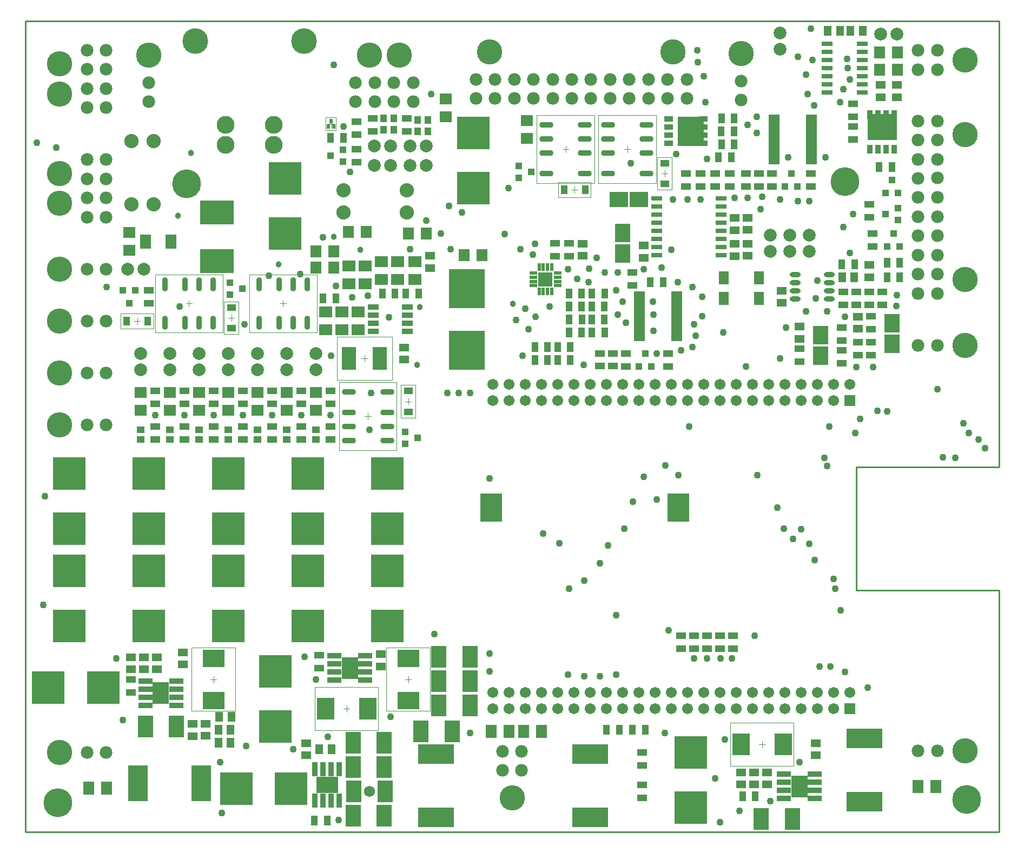
<source format=gts>
G04*
G04 #@! TF.GenerationSoftware,Altium Limited,Altium Designer,20.1.14 (287)*
G04*
G04 Layer_Color=8388736*
%FSLAX25Y25*%
%MOIN*%
G70*
G04*
G04 #@! TF.SameCoordinates,5FE179B0-A676-43EF-AE88-1D2B089A4B82*
G04*
G04*
G04 #@! TF.FilePolarity,Negative*
G04*
G01*
G75*
%ADD12C,0.01000*%
%ADD15C,0.00197*%
%ADD16C,0.00394*%
%ADD65R,0.10288X0.13792*%
%ADD66R,0.02257X0.02769*%
%ADD67R,0.06509X0.03162*%
%ADD68R,0.09068X0.09068*%
%ADD69R,0.04540X0.02178*%
%ADD70R,0.02178X0.04540*%
%ADD71R,0.08871X0.03398*%
%ADD72R,0.20485X0.20485*%
%ADD73R,0.13792X0.10288*%
%ADD74R,0.03398X0.08871*%
%ADD75R,0.03359X0.05721*%
%ADD76R,0.18320X0.16154*%
%ADD77R,0.06312X0.04934*%
%ADD78R,0.06509X0.07690*%
%ADD79O,0.08674X0.03556*%
%ADD80R,0.22060X0.24422*%
%ADD81C,0.03800*%
%ADD82R,0.04343X0.06115*%
%ADD83R,0.06902X0.03359*%
%ADD84R,0.05603X0.04383*%
%ADD85R,0.04383X0.05603*%
%ADD86R,0.20485X0.20485*%
%ADD87R,0.06115X0.04343*%
%ADD88R,0.22060X0.12217*%
%ADD89R,0.03950X0.04343*%
%ADD90R,0.06706X0.02572*%
%ADD91R,0.09698X0.11824*%
%ADD92R,0.11824X0.09698*%
%ADD93R,0.04934X0.06312*%
%ADD94R,0.13398X0.17335*%
%ADD95R,0.07690X0.06509*%
%ADD96R,0.04343X0.04540*%
%ADD97R,0.07887X0.06509*%
%ADD98R,0.08517X0.14147*%
%ADD99O,0.03556X0.08674*%
%ADD100R,0.04343X0.03950*%
%ADD101R,0.04540X0.04343*%
%ADD102R,0.09461X0.13595*%
%ADD103R,0.13595X0.10642*%
%ADD104R,0.10642X0.13595*%
%ADD105R,0.06509X0.07887*%
%ADD106R,0.12217X0.22060*%
%ADD107R,0.20879X0.14580*%
%ADD108R,0.07099X0.08871*%
%ADD109R,0.05721X0.03359*%
%ADD110R,0.16154X0.18320*%
%ADD111R,0.05918X0.08280*%
%ADD112O,0.06706X0.03162*%
%ADD113C,0.07887*%
%ADD114C,0.07800*%
%ADD115C,0.06706*%
%ADD116R,0.06706X0.06706*%
%ADD117C,0.10958*%
%ADD118C,0.15800*%
%ADD119C,0.15600*%
%ADD120C,0.17729*%
%ADD121C,0.06800*%
%ADD122C,0.08800*%
%ADD123C,0.04300*%
D12*
X600000D01*
Y149000D01*
X512000D02*
X600000D01*
X512000D02*
Y225000D01*
X600000D01*
Y500000D01*
X0D02*
X600000D01*
X0Y0D02*
Y500000D01*
D15*
X185276Y432539D02*
X191575D01*
X185276Y440610D02*
X191575D01*
X185276Y432539D02*
Y440610D01*
X191575Y432539D02*
Y440610D01*
X193472Y235433D02*
Y277165D01*
X228906Y235433D02*
Y277165D01*
X193472D02*
X228906D01*
X193472Y235433D02*
X228906D01*
X231472Y255417D02*
Y275496D01*
X240528Y255417D02*
Y275496D01*
X231472Y255417D02*
X240528D01*
X231472Y275496D02*
X240528D01*
X58961Y310472D02*
X79039D01*
X58961Y319528D02*
X79039D01*
Y310472D02*
Y319528D01*
X58961Y310472D02*
Y319528D01*
X192020Y278614D02*
X226075D01*
X192020Y305386D02*
X226075D01*
Y278614D02*
Y305386D01*
X192020Y278614D02*
Y305386D01*
X179827Y308095D02*
Y343528D01*
X138094Y308095D02*
Y343528D01*
X179827D01*
X138094Y308095D02*
X179827D01*
X122472Y327039D02*
X131528D01*
X122472Y306961D02*
X131528D01*
Y327039D01*
X122472Y306961D02*
Y327039D01*
X121827Y308095D02*
Y343528D01*
X80094Y308095D02*
Y343528D01*
X121827D01*
X80094Y308095D02*
X121827D01*
X222614Y113488D02*
X249386D01*
X222614Y74610D02*
X249386D01*
X222614D02*
Y113488D01*
X249386Y74610D02*
Y113488D01*
X178512Y62614D02*
Y89386D01*
X217390Y62614D02*
Y89386D01*
X178512Y62614D02*
X217390D01*
X178512Y89386D02*
X217390D01*
X129386Y74598D02*
Y113476D01*
X102614Y74598D02*
Y113476D01*
Y74598D02*
X129386D01*
X102614Y113476D02*
X129386D01*
X473500Y40614D02*
Y67386D01*
X434622Y40614D02*
Y67386D01*
X473500D01*
X434622Y40614D02*
X473500D01*
X388717Y400134D02*
Y441866D01*
X353284Y400134D02*
Y441866D01*
Y400134D02*
X388717D01*
X353284Y441866D02*
X388717D01*
X350716Y400134D02*
Y441866D01*
X315283Y400134D02*
Y441866D01*
Y400134D02*
X350716D01*
X315283Y441866D02*
X350716D01*
X328504Y391472D02*
X348583D01*
X328504Y400528D02*
X348583D01*
Y391472D02*
Y400528D01*
X328504Y391472D02*
Y400528D01*
X398528Y395961D02*
Y416039D01*
X389472Y395961D02*
Y416039D01*
X398528D01*
X389472Y395961D02*
X398528D01*
D16*
X188425Y434606D02*
Y438543D01*
X186457Y436575D02*
X190394D01*
X209221Y256299D02*
X213158D01*
X211189Y254331D02*
Y258268D01*
X234032Y265457D02*
X237968D01*
X236000Y263488D02*
Y267425D01*
X69000Y313032D02*
Y316968D01*
X67032Y315000D02*
X70969D01*
X209047Y290032D02*
Y293969D01*
X207079Y292000D02*
X211016D01*
X156992Y325811D02*
X160929D01*
X158961Y323843D02*
Y327780D01*
X127000Y315032D02*
Y318969D01*
X125031Y317000D02*
X128969D01*
X98992Y325811D02*
X102929D01*
X100961Y323843D02*
Y327780D01*
X236000Y92032D02*
Y95969D01*
X234032Y94000D02*
X237968D01*
X196031Y76000D02*
X199969D01*
X198000Y74032D02*
Y77969D01*
X114032Y93988D02*
X117968D01*
X116000Y92020D02*
Y95957D01*
X452043Y54000D02*
X455980D01*
X454012Y52031D02*
Y55968D01*
X369032Y421000D02*
X372969D01*
X371000Y419031D02*
Y422968D01*
X331031Y421000D02*
X334968D01*
X333000Y419031D02*
Y422968D01*
X338543Y394032D02*
Y397969D01*
X336575Y396000D02*
X340512D01*
X392032Y406000D02*
X395969D01*
X394000Y404032D02*
Y407969D01*
D65*
X200000Y101000D02*
D03*
X477000Y28000D02*
D03*
X83567Y85500D02*
D03*
D66*
X186850Y435000D02*
D03*
X190000D02*
D03*
X188425Y438150D02*
D03*
D67*
X389216Y390500D02*
D03*
Y385500D02*
D03*
Y380500D02*
D03*
Y375500D02*
D03*
Y370500D02*
D03*
Y365500D02*
D03*
Y360500D02*
D03*
Y355500D02*
D03*
X428784Y390500D02*
D03*
Y385500D02*
D03*
Y380500D02*
D03*
Y375500D02*
D03*
Y370500D02*
D03*
Y365500D02*
D03*
Y360500D02*
D03*
Y355500D02*
D03*
X494272Y486000D02*
D03*
Y481000D02*
D03*
Y476000D02*
D03*
Y471000D02*
D03*
Y466000D02*
D03*
Y461000D02*
D03*
Y456000D02*
D03*
X515728Y486000D02*
D03*
Y481000D02*
D03*
Y476000D02*
D03*
Y471000D02*
D03*
Y466000D02*
D03*
Y461000D02*
D03*
Y456000D02*
D03*
D68*
X320579Y340721D02*
D03*
D69*
X313000Y336882D02*
D03*
Y339441D02*
D03*
Y342000D02*
D03*
Y344559D02*
D03*
X328157D02*
D03*
Y342000D02*
D03*
Y339441D02*
D03*
Y336882D02*
D03*
D70*
X316740Y348299D02*
D03*
X319299D02*
D03*
X321858D02*
D03*
X324400Y348300D02*
D03*
X324417Y333142D02*
D03*
X321858D02*
D03*
X319299D02*
D03*
X316740D02*
D03*
D71*
X486567Y20500D02*
D03*
Y25500D02*
D03*
Y30500D02*
D03*
Y35500D02*
D03*
X467433Y20500D02*
D03*
Y25500D02*
D03*
Y30500D02*
D03*
Y35500D02*
D03*
X209567Y93500D02*
D03*
Y98500D02*
D03*
Y103500D02*
D03*
Y108500D02*
D03*
X190433Y93500D02*
D03*
Y98500D02*
D03*
Y103500D02*
D03*
Y108500D02*
D03*
X74000Y93000D02*
D03*
Y88000D02*
D03*
Y83000D02*
D03*
Y78000D02*
D03*
X93134Y93000D02*
D03*
Y88000D02*
D03*
Y83000D02*
D03*
Y78000D02*
D03*
D72*
X130071Y26500D02*
D03*
X163929D02*
D03*
X14142Y89000D02*
D03*
X48000D02*
D03*
D73*
X186000Y29000D02*
D03*
D74*
X193500Y38567D02*
D03*
X188500D02*
D03*
X183500D02*
D03*
X178500D02*
D03*
X193500Y19433D02*
D03*
X188500D02*
D03*
X183500D02*
D03*
X178500D02*
D03*
D75*
X525500Y442358D02*
D03*
X530500D02*
D03*
X535500D02*
D03*
X520500D02*
D03*
Y420858D02*
D03*
X535500D02*
D03*
X530500D02*
D03*
X525500D02*
D03*
D76*
X528000Y434500D02*
D03*
D77*
X527000Y453000D02*
D03*
Y460480D02*
D03*
X537000Y453000D02*
D03*
Y460480D02*
D03*
X173000Y47260D02*
D03*
Y54740D02*
D03*
X445000Y371260D02*
D03*
Y378740D02*
D03*
Y362740D02*
D03*
Y355260D02*
D03*
X343500Y362740D02*
D03*
Y355260D02*
D03*
X477000Y304000D02*
D03*
Y311480D02*
D03*
X381000Y361480D02*
D03*
Y354000D02*
D03*
X437000Y355000D02*
D03*
Y362480D02*
D03*
Y371000D02*
D03*
Y378480D02*
D03*
X520000Y349480D02*
D03*
Y342000D02*
D03*
X513000Y310260D02*
D03*
Y317740D02*
D03*
X233500Y298740D02*
D03*
Y291260D02*
D03*
X249500Y355240D02*
D03*
Y347760D02*
D03*
X103000Y66480D02*
D03*
Y59000D02*
D03*
X111000Y66740D02*
D03*
Y59260D02*
D03*
X219000Y109480D02*
D03*
Y102000D02*
D03*
X487000Y54740D02*
D03*
Y47260D02*
D03*
X97000Y103260D02*
D03*
Y110740D02*
D03*
X81000Y107740D02*
D03*
Y100260D02*
D03*
X73000Y107740D02*
D03*
Y100260D02*
D03*
X65000Y107740D02*
D03*
Y100260D02*
D03*
X449000Y29260D02*
D03*
Y36740D02*
D03*
X441000Y29260D02*
D03*
Y36740D02*
D03*
X457000Y29260D02*
D03*
Y36740D02*
D03*
X466000Y326260D02*
D03*
Y333740D02*
D03*
D78*
X537512Y470000D02*
D03*
X526488D02*
D03*
X537512Y480500D02*
D03*
X526488D02*
D03*
X281389Y355505D02*
D03*
X270366D02*
D03*
X190024Y358000D02*
D03*
X179000D02*
D03*
X210024Y370000D02*
D03*
X199000D02*
D03*
X190024Y348000D02*
D03*
X179000D02*
D03*
X247024Y369000D02*
D03*
X236000D02*
D03*
D79*
X199378Y271260D02*
D03*
Y258661D02*
D03*
Y250000D02*
D03*
Y241339D02*
D03*
X223000Y271260D02*
D03*
X223000Y258661D02*
D03*
Y250000D02*
D03*
Y241339D02*
D03*
X382811Y406039D02*
D03*
Y418638D02*
D03*
Y427299D02*
D03*
Y435961D02*
D03*
X359189Y406039D02*
D03*
X359189Y418638D02*
D03*
Y427299D02*
D03*
Y435961D02*
D03*
X344811Y406039D02*
D03*
Y418638D02*
D03*
Y427299D02*
D03*
Y435961D02*
D03*
X321189Y406039D02*
D03*
X321189Y418638D02*
D03*
Y427299D02*
D03*
Y435961D02*
D03*
D80*
X272000Y296905D02*
D03*
Y335094D02*
D03*
D81*
X241500Y288000D02*
D03*
X206500Y359000D02*
D03*
X300500Y325500D02*
D03*
X243000Y323500D02*
D03*
X190000Y367000D02*
D03*
X94000Y380000D02*
D03*
X102000Y418500D02*
D03*
X156000Y350000D02*
D03*
D82*
X242437Y332000D02*
D03*
X234563D02*
D03*
X227937D02*
D03*
X220063D02*
D03*
X374126Y63000D02*
D03*
X382000D02*
D03*
X358126D02*
D03*
X366000D02*
D03*
X427126Y416000D02*
D03*
X435000D02*
D03*
X429063Y424000D02*
D03*
X436937D02*
D03*
X428937Y432000D02*
D03*
X436811D02*
D03*
X429000Y440000D02*
D03*
X436874D02*
D03*
X526126Y410000D02*
D03*
X534000D02*
D03*
X393000Y339000D02*
D03*
X385126D02*
D03*
X503126Y350000D02*
D03*
X511000D02*
D03*
X356937Y316000D02*
D03*
X349063D02*
D03*
X349126Y308000D02*
D03*
X357000D02*
D03*
X349126Y332000D02*
D03*
X357000D02*
D03*
X349063Y324000D02*
D03*
X356937D02*
D03*
X335000D02*
D03*
X342874D02*
D03*
X335063Y332000D02*
D03*
X342937D02*
D03*
X335126Y316000D02*
D03*
X343000D02*
D03*
X335000Y308000D02*
D03*
X342874D02*
D03*
X335874Y291000D02*
D03*
X328000D02*
D03*
X335874Y299000D02*
D03*
X328000D02*
D03*
X321874D02*
D03*
X314000D02*
D03*
X314063Y291000D02*
D03*
X321937D02*
D03*
X183563Y329000D02*
D03*
X191437D02*
D03*
X196000Y428000D02*
D03*
X188126D02*
D03*
X186000Y7000D02*
D03*
X178126D02*
D03*
X449937Y22000D02*
D03*
X442063D02*
D03*
X538937Y351000D02*
D03*
X531063D02*
D03*
Y342000D02*
D03*
X538937D02*
D03*
D83*
X235630Y308500D02*
D03*
Y313500D02*
D03*
Y318500D02*
D03*
Y323500D02*
D03*
X214370Y308500D02*
D03*
Y313500D02*
D03*
Y318500D02*
D03*
Y323500D02*
D03*
D84*
X236000Y259000D02*
D03*
Y271913D02*
D03*
X127000Y323457D02*
D03*
Y310543D02*
D03*
X394000Y412457D02*
D03*
Y399543D02*
D03*
D85*
X75457Y315000D02*
D03*
X62543D02*
D03*
X345000Y396000D02*
D03*
X332087D02*
D03*
D86*
X410000Y48929D02*
D03*
Y15071D02*
D03*
X160000Y402929D02*
D03*
Y369071D02*
D03*
X27000Y127071D02*
D03*
Y160929D02*
D03*
X76000Y127071D02*
D03*
Y160929D02*
D03*
X125000Y127000D02*
D03*
Y160858D02*
D03*
X174000Y127071D02*
D03*
Y160929D02*
D03*
X76000Y220858D02*
D03*
Y187000D02*
D03*
X27000Y220858D02*
D03*
Y187000D02*
D03*
X276000Y397071D02*
D03*
Y430929D02*
D03*
X174000Y187071D02*
D03*
Y220929D02*
D03*
X125000Y187000D02*
D03*
Y220858D02*
D03*
X223000Y187071D02*
D03*
Y220929D02*
D03*
Y160929D02*
D03*
Y127071D02*
D03*
X154000Y65071D02*
D03*
Y98929D02*
D03*
D87*
X380000Y28874D02*
D03*
Y21000D02*
D03*
Y41063D02*
D03*
Y48937D02*
D03*
X235000Y440000D02*
D03*
Y432126D02*
D03*
X214000D02*
D03*
Y440000D02*
D03*
X374000Y344937D02*
D03*
Y337063D02*
D03*
X510000Y448937D02*
D03*
Y441063D02*
D03*
X520000Y386874D02*
D03*
Y379000D02*
D03*
X510000Y434937D02*
D03*
Y427063D02*
D03*
X484000Y398063D02*
D03*
Y405937D02*
D03*
X335000Y362874D02*
D03*
Y355000D02*
D03*
X404000Y120937D02*
D03*
Y113063D02*
D03*
X326500Y362937D02*
D03*
Y355063D02*
D03*
X460000Y398063D02*
D03*
Y405937D02*
D03*
X503000Y296937D02*
D03*
Y289063D02*
D03*
X477000Y290000D02*
D03*
Y297874D02*
D03*
X503000Y310874D02*
D03*
Y303000D02*
D03*
X528000Y325000D02*
D03*
Y332874D02*
D03*
X520000Y325126D02*
D03*
Y333000D02*
D03*
X512000Y325000D02*
D03*
Y332874D02*
D03*
X504000Y325126D02*
D03*
Y333000D02*
D03*
X513000Y301937D02*
D03*
Y294063D02*
D03*
X521000Y294000D02*
D03*
Y301874D02*
D03*
Y318000D02*
D03*
Y310126D02*
D03*
X396000Y287126D02*
D03*
Y295000D02*
D03*
X354000Y295063D02*
D03*
Y287189D02*
D03*
X370000Y294937D02*
D03*
Y287063D02*
D03*
X362000Y287189D02*
D03*
Y295063D02*
D03*
X204000Y437874D02*
D03*
Y430000D02*
D03*
Y413063D02*
D03*
Y420937D02*
D03*
X98000Y242000D02*
D03*
Y249874D02*
D03*
Y264126D02*
D03*
Y272000D02*
D03*
X170000Y242000D02*
D03*
Y249874D02*
D03*
Y264063D02*
D03*
Y271937D02*
D03*
X134000Y242126D02*
D03*
Y250000D02*
D03*
Y264063D02*
D03*
Y271937D02*
D03*
X152000Y242000D02*
D03*
Y249874D02*
D03*
Y264063D02*
D03*
Y271937D02*
D03*
X188000Y242063D02*
D03*
Y249937D02*
D03*
Y264063D02*
D03*
Y271937D02*
D03*
X116000Y242000D02*
D03*
Y249874D02*
D03*
X80000Y242000D02*
D03*
Y249874D02*
D03*
X116000Y264126D02*
D03*
Y272000D02*
D03*
X80000Y264063D02*
D03*
Y271937D02*
D03*
X181000Y101000D02*
D03*
Y108874D02*
D03*
X412000Y120937D02*
D03*
Y113063D02*
D03*
X428000Y120937D02*
D03*
Y113063D02*
D03*
X436000Y120937D02*
D03*
Y113063D02*
D03*
X420000Y120937D02*
D03*
Y113063D02*
D03*
X65000Y86000D02*
D03*
Y93874D02*
D03*
X522000Y361000D02*
D03*
Y368874D02*
D03*
X76000Y326000D02*
D03*
Y333874D02*
D03*
X452000Y398000D02*
D03*
Y405874D02*
D03*
X444000Y406000D02*
D03*
Y398126D02*
D03*
X407000Y405937D02*
D03*
Y398063D02*
D03*
X416000Y405874D02*
D03*
Y398000D02*
D03*
X434000Y405874D02*
D03*
Y398000D02*
D03*
X425000Y405874D02*
D03*
Y398000D02*
D03*
D88*
X348000Y9000D02*
D03*
Y47976D02*
D03*
X253000Y48000D02*
D03*
Y9024D02*
D03*
X517000Y18512D02*
D03*
Y57488D02*
D03*
D89*
X64000Y326063D02*
D03*
X60260Y333937D02*
D03*
X67740D02*
D03*
X472000Y405937D02*
D03*
X475740Y398063D02*
D03*
X468260D02*
D03*
X382000Y294937D02*
D03*
X385740Y287063D02*
D03*
X378260D02*
D03*
X530260Y394126D02*
D03*
X537740D02*
D03*
X534000Y402000D02*
D03*
X531260Y361063D02*
D03*
X538740D02*
D03*
X535000Y368937D02*
D03*
D90*
X378583Y332075D02*
D03*
Y329516D02*
D03*
Y326957D02*
D03*
Y324398D02*
D03*
Y321839D02*
D03*
Y319280D02*
D03*
Y316721D02*
D03*
Y314161D02*
D03*
Y311602D02*
D03*
Y309043D02*
D03*
Y306484D02*
D03*
Y303925D02*
D03*
X401417Y332075D02*
D03*
Y329516D02*
D03*
Y326957D02*
D03*
Y324398D02*
D03*
Y321839D02*
D03*
Y319280D02*
D03*
Y316721D02*
D03*
Y314161D02*
D03*
Y311602D02*
D03*
Y309043D02*
D03*
Y306484D02*
D03*
Y303925D02*
D03*
X461583Y441075D02*
D03*
Y438516D02*
D03*
Y435957D02*
D03*
Y433398D02*
D03*
Y430839D02*
D03*
Y428279D02*
D03*
Y425721D02*
D03*
Y423161D02*
D03*
Y420602D02*
D03*
Y418043D02*
D03*
Y415484D02*
D03*
Y412925D02*
D03*
X484417Y441075D02*
D03*
Y438516D02*
D03*
Y435957D02*
D03*
Y433398D02*
D03*
Y430839D02*
D03*
Y428279D02*
D03*
Y425721D02*
D03*
Y423161D02*
D03*
Y420602D02*
D03*
Y418043D02*
D03*
Y415484D02*
D03*
Y412925D02*
D03*
D91*
X490000Y306299D02*
D03*
Y293701D02*
D03*
X368000Y356701D02*
D03*
Y369299D02*
D03*
X534000Y301000D02*
D03*
Y313598D02*
D03*
D92*
X378299Y390000D02*
D03*
X365701D02*
D03*
D93*
X503386Y342000D02*
D03*
X510866D02*
D03*
X508520Y494000D02*
D03*
X516000D02*
D03*
X502000D02*
D03*
X494520D02*
D03*
X181260Y51000D02*
D03*
X188740D02*
D03*
X119520Y71000D02*
D03*
X127000D02*
D03*
X119000Y63000D02*
D03*
X126480D02*
D03*
X119000Y55000D02*
D03*
X126480D02*
D03*
D94*
X402354Y200000D02*
D03*
X287000D02*
D03*
D95*
X259000Y441000D02*
D03*
Y452024D02*
D03*
X71000Y259976D02*
D03*
Y271000D02*
D03*
X89000Y259976D02*
D03*
Y271000D02*
D03*
X107000Y260000D02*
D03*
Y271024D02*
D03*
X125000Y260000D02*
D03*
Y271024D02*
D03*
X161000Y260000D02*
D03*
Y271024D02*
D03*
X179000Y260000D02*
D03*
Y271024D02*
D03*
X143000Y259976D02*
D03*
Y271000D02*
D03*
X64000Y358488D02*
D03*
Y369512D02*
D03*
X309000Y427488D02*
D03*
Y438512D02*
D03*
D96*
X241898Y439000D02*
D03*
X248000D02*
D03*
Y432000D02*
D03*
X241898D02*
D03*
X220898Y440000D02*
D03*
X227000D02*
D03*
Y433000D02*
D03*
X220898D02*
D03*
D97*
X240000Y340488D02*
D03*
Y351512D02*
D03*
X229500Y340488D02*
D03*
Y351512D02*
D03*
X219500Y340488D02*
D03*
Y351512D02*
D03*
X195000Y320512D02*
D03*
Y309488D02*
D03*
X185000Y320512D02*
D03*
Y309488D02*
D03*
X199500Y337988D02*
D03*
Y349012D02*
D03*
X205000Y320512D02*
D03*
Y309488D02*
D03*
X209500Y337988D02*
D03*
Y349012D02*
D03*
D98*
X218595Y292000D02*
D03*
X199500D02*
D03*
D99*
X173921Y337622D02*
D03*
X165260D02*
D03*
X156598D02*
D03*
X144000Y337622D02*
D03*
X173921Y314000D02*
D03*
X165260D02*
D03*
X156598D02*
D03*
X144000D02*
D03*
X115921Y337622D02*
D03*
X107260D02*
D03*
X98598D02*
D03*
X86000Y337622D02*
D03*
X115921Y314000D02*
D03*
X107260D02*
D03*
X98598D02*
D03*
X86000D02*
D03*
D100*
X195874Y413260D02*
D03*
Y420740D02*
D03*
X188000Y417000D02*
D03*
X234063Y246740D02*
D03*
Y239260D02*
D03*
X241937Y243000D02*
D03*
X126063Y338740D02*
D03*
Y331260D02*
D03*
X133937Y335000D02*
D03*
X537937Y377260D02*
D03*
Y384740D02*
D03*
X530063Y381000D02*
D03*
X311937Y407000D02*
D03*
X304063Y403260D02*
D03*
Y410740D02*
D03*
D101*
X89000Y241898D02*
D03*
Y248000D02*
D03*
X107000Y241898D02*
D03*
Y248000D02*
D03*
X161000Y241898D02*
D03*
Y248000D02*
D03*
X179000Y242000D02*
D03*
Y248102D02*
D03*
X71000Y242000D02*
D03*
Y248102D02*
D03*
X125000Y241898D02*
D03*
Y248000D02*
D03*
X143000Y241898D02*
D03*
Y248000D02*
D03*
D102*
X263000Y62000D02*
D03*
X243709D02*
D03*
X274000Y93000D02*
D03*
X254709D02*
D03*
X274000Y78000D02*
D03*
X254709D02*
D03*
X274000Y108000D02*
D03*
X254709D02*
D03*
X221291Y40000D02*
D03*
X202000D02*
D03*
X221646Y25000D02*
D03*
X202354D02*
D03*
X221291Y55000D02*
D03*
X202000D02*
D03*
X221291Y10000D02*
D03*
X202000D02*
D03*
X453354Y8000D02*
D03*
X472646D02*
D03*
X74000Y65000D02*
D03*
X93291D02*
D03*
D103*
X236000Y80988D02*
D03*
Y107012D02*
D03*
X116000Y107000D02*
D03*
Y80976D02*
D03*
D104*
X211012Y76000D02*
D03*
X184988D02*
D03*
X441000Y54000D02*
D03*
X467024D02*
D03*
D105*
X298024Y62000D02*
D03*
X287000D02*
D03*
X318000D02*
D03*
X306976D02*
D03*
X50000Y27000D02*
D03*
X38976D02*
D03*
X561024Y28000D02*
D03*
X550000D02*
D03*
D106*
X69512Y30000D02*
D03*
X108488D02*
D03*
D107*
X118000Y382059D02*
D03*
Y351941D02*
D03*
D108*
X89776Y364000D02*
D03*
X74224D02*
D03*
D109*
X396358Y434500D02*
D03*
Y429500D02*
D03*
Y424500D02*
D03*
Y439500D02*
D03*
X417858D02*
D03*
Y424500D02*
D03*
Y429500D02*
D03*
Y434500D02*
D03*
D110*
X410000Y432000D02*
D03*
D111*
X452000Y329000D02*
D03*
X430346D02*
D03*
Y341598D02*
D03*
X452000D02*
D03*
D112*
X474370Y343500D02*
D03*
Y338500D02*
D03*
Y333500D02*
D03*
Y328500D02*
D03*
X495630Y343500D02*
D03*
Y338500D02*
D03*
Y333500D02*
D03*
Y328500D02*
D03*
D113*
X465000Y482500D02*
D03*
Y492500D02*
D03*
X179000Y295000D02*
D03*
Y285000D02*
D03*
X537000Y492000D02*
D03*
X527000D02*
D03*
X237000Y423000D02*
D03*
X247000D02*
D03*
X237000Y411000D02*
D03*
X247000D02*
D03*
X215000Y423000D02*
D03*
X225000D02*
D03*
X215000Y411000D02*
D03*
X225000D02*
D03*
X63000Y347000D02*
D03*
X73000D02*
D03*
X71000Y285000D02*
D03*
Y295000D02*
D03*
X125000Y285000D02*
D03*
Y295000D02*
D03*
X143000Y285000D02*
D03*
Y295000D02*
D03*
X89000Y285000D02*
D03*
Y295000D02*
D03*
X107000Y285000D02*
D03*
Y295000D02*
D03*
X161000Y285000D02*
D03*
Y295000D02*
D03*
X459000Y358000D02*
D03*
Y368000D02*
D03*
X471000Y358000D02*
D03*
Y368000D02*
D03*
X483000Y358000D02*
D03*
Y368000D02*
D03*
D114*
X550200Y470100D02*
D03*
Y481900D02*
D03*
Y50000D02*
D03*
X562000D02*
D03*
X294100Y49800D02*
D03*
X305900D02*
D03*
X294100Y38000D02*
D03*
X305900D02*
D03*
X49800Y390900D02*
D03*
Y379100D02*
D03*
X38000D02*
D03*
Y390900D02*
D03*
Y414500D02*
D03*
Y402700D02*
D03*
X49800D02*
D03*
Y414500D02*
D03*
X38000Y251000D02*
D03*
X49800D02*
D03*
X407700Y452200D02*
D03*
X395900D02*
D03*
Y464000D02*
D03*
X407700D02*
D03*
X289600Y452200D02*
D03*
X277800D02*
D03*
Y464000D02*
D03*
X289600D02*
D03*
X384100D02*
D03*
X301400D02*
D03*
Y452200D02*
D03*
X313200D02*
D03*
X313000Y464000D02*
D03*
X372200D02*
D03*
X336800D02*
D03*
X348600D02*
D03*
X325000D02*
D03*
X360400D02*
D03*
Y452200D02*
D03*
X325000D02*
D03*
X348600D02*
D03*
X336800D02*
D03*
X372200D02*
D03*
X384100D02*
D03*
X441000Y463000D02*
D03*
Y451200D02*
D03*
X562000Y481900D02*
D03*
Y470100D02*
D03*
X215400Y450200D02*
D03*
X203600D02*
D03*
Y462000D02*
D03*
X215400D02*
D03*
X239000D02*
D03*
X227200D02*
D03*
Y450200D02*
D03*
X239000D02*
D03*
X49800Y49000D02*
D03*
X38000D02*
D03*
X550200Y300000D02*
D03*
X562000D02*
D03*
X49800Y347000D02*
D03*
X38000D02*
D03*
X49800Y283000D02*
D03*
X38000D02*
D03*
X49800Y315000D02*
D03*
X38000D02*
D03*
X76000Y450200D02*
D03*
Y462000D02*
D03*
X49800Y482000D02*
D03*
Y470200D02*
D03*
X38000D02*
D03*
Y482000D02*
D03*
Y458400D02*
D03*
Y446600D02*
D03*
X49800D02*
D03*
Y458400D02*
D03*
X550200Y426600D02*
D03*
Y438400D02*
D03*
X562000D02*
D03*
Y426600D02*
D03*
Y332100D02*
D03*
Y414800D02*
D03*
X550200D02*
D03*
Y403000D02*
D03*
X562000Y403200D02*
D03*
Y344000D02*
D03*
Y379400D02*
D03*
Y367600D02*
D03*
Y391200D02*
D03*
Y355800D02*
D03*
X550200D02*
D03*
Y391200D02*
D03*
Y367600D02*
D03*
Y379400D02*
D03*
Y344000D02*
D03*
Y332100D02*
D03*
D115*
X288000Y86000D02*
D03*
Y76000D02*
D03*
X298000Y86000D02*
D03*
Y76000D02*
D03*
X308000Y86000D02*
D03*
Y76000D02*
D03*
X318000Y86000D02*
D03*
Y76000D02*
D03*
X328000Y86000D02*
D03*
Y76000D02*
D03*
X338000Y86000D02*
D03*
Y76000D02*
D03*
X348000Y86000D02*
D03*
Y76000D02*
D03*
X358000Y86000D02*
D03*
Y76000D02*
D03*
X368000Y86000D02*
D03*
Y76000D02*
D03*
X378000Y86000D02*
D03*
Y76000D02*
D03*
X388000Y86000D02*
D03*
Y76000D02*
D03*
X398000Y86000D02*
D03*
Y76000D02*
D03*
X408000Y86000D02*
D03*
Y76000D02*
D03*
X418000Y86000D02*
D03*
Y76000D02*
D03*
X428000Y86000D02*
D03*
Y76000D02*
D03*
X438000Y86000D02*
D03*
Y76000D02*
D03*
X448000Y86000D02*
D03*
Y76000D02*
D03*
X458000Y86000D02*
D03*
Y76000D02*
D03*
X468000Y86000D02*
D03*
Y76000D02*
D03*
X478000Y86000D02*
D03*
Y76000D02*
D03*
X488000Y86000D02*
D03*
Y76000D02*
D03*
X498000Y86000D02*
D03*
Y76000D02*
D03*
X508000Y86000D02*
D03*
Y276000D02*
D03*
X498000Y266000D02*
D03*
Y276000D02*
D03*
X488000Y266000D02*
D03*
Y276000D02*
D03*
X478000Y266000D02*
D03*
Y276000D02*
D03*
X468000Y266000D02*
D03*
Y276000D02*
D03*
X458000Y266000D02*
D03*
Y276000D02*
D03*
X448000Y266000D02*
D03*
Y276000D02*
D03*
X438000Y266000D02*
D03*
Y276000D02*
D03*
X428000Y266000D02*
D03*
Y276000D02*
D03*
X418000Y266000D02*
D03*
Y276000D02*
D03*
X408000Y266000D02*
D03*
Y276000D02*
D03*
X398000Y266000D02*
D03*
Y276000D02*
D03*
X388000Y266000D02*
D03*
Y276000D02*
D03*
X378000Y266000D02*
D03*
Y276000D02*
D03*
X368000Y266000D02*
D03*
Y276000D02*
D03*
X358000Y266000D02*
D03*
Y276000D02*
D03*
X348000Y266000D02*
D03*
Y276000D02*
D03*
X338000Y266000D02*
D03*
Y276000D02*
D03*
X328000Y266000D02*
D03*
Y276000D02*
D03*
X318000Y266000D02*
D03*
Y276000D02*
D03*
X308000Y266000D02*
D03*
Y276000D02*
D03*
X298000Y266000D02*
D03*
Y276000D02*
D03*
X288000Y266000D02*
D03*
Y276000D02*
D03*
D116*
X508000Y76000D02*
D03*
Y266000D02*
D03*
D117*
X123500Y436000D02*
D03*
X153000Y423480D02*
D03*
X123500D02*
D03*
X153000Y436000D02*
D03*
D118*
X104799Y487693D02*
D03*
X171701D02*
D03*
D119*
X579000Y50000D02*
D03*
X300000Y21000D02*
D03*
X21000Y387500D02*
D03*
Y406000D02*
D03*
Y251000D02*
D03*
X286200Y481000D02*
D03*
X399200D02*
D03*
X441000Y480000D02*
D03*
X579000Y476000D02*
D03*
X212000Y479000D02*
D03*
X230500D02*
D03*
X21000Y49000D02*
D03*
X579000Y300000D02*
D03*
X21000Y347000D02*
D03*
Y283000D02*
D03*
Y315000D02*
D03*
X76000Y479000D02*
D03*
X21000Y473500D02*
D03*
Y455000D02*
D03*
X579000Y430000D02*
D03*
Y340600D02*
D03*
D120*
X505000Y401000D02*
D03*
X20000Y18000D02*
D03*
X580000Y20000D02*
D03*
X99500Y399500D02*
D03*
D121*
X212000Y25000D02*
D03*
D122*
X65500Y426000D02*
D03*
Y387000D02*
D03*
X79000D02*
D03*
Y426000D02*
D03*
X196000Y395500D02*
D03*
X235000D02*
D03*
Y382000D02*
D03*
X196000D02*
D03*
D123*
X484000Y495450D02*
D03*
X506500Y476500D02*
D03*
X450768Y431000D02*
D03*
Y441000D02*
D03*
X193000Y7250D02*
D03*
X165000Y51000D02*
D03*
X305000Y359250D02*
D03*
X237000D02*
D03*
X262000D02*
D03*
X314000Y362500D02*
D03*
X295500Y368500D02*
D03*
X323000Y324000D02*
D03*
X308000Y322500D02*
D03*
X477000Y43000D02*
D03*
X121000Y11500D02*
D03*
X186500Y58500D02*
D03*
X506952Y470952D02*
D03*
X476000Y478000D02*
D03*
X188500Y293500D02*
D03*
X201500Y329500D02*
D03*
X191500Y336500D02*
D03*
X211000Y330500D02*
D03*
X389000Y205000D02*
D03*
X374500Y203500D02*
D03*
X381000Y219000D02*
D03*
X260000Y270500D02*
D03*
X274000D02*
D03*
X224263Y317263D02*
D03*
X213000Y270500D02*
D03*
X310000Y310000D02*
D03*
X314500Y317500D02*
D03*
X302452Y315548D02*
D03*
X364000Y334000D02*
D03*
X306500Y293500D02*
D03*
X169500Y344000D02*
D03*
X183500Y366500D02*
D03*
X267000Y270500D02*
D03*
X286000Y218000D02*
D03*
X256000Y369000D02*
D03*
X505030Y98680D02*
D03*
X502500Y136500D02*
D03*
X498000Y156000D02*
D03*
X494250Y225509D02*
D03*
X499000Y150000D02*
D03*
X492500Y230500D02*
D03*
X486500Y167500D02*
D03*
X531202Y259298D02*
D03*
X525000Y259500D02*
D03*
X511500Y246000D02*
D03*
X344500Y155000D02*
D03*
X496000Y102000D02*
D03*
X489500D02*
D03*
X519000Y89000D02*
D03*
X495500Y250000D02*
D03*
X428500Y107000D02*
D03*
X412000D02*
D03*
X420000D02*
D03*
X435500D02*
D03*
X449500Y121000D02*
D03*
X514500Y254500D02*
D03*
X483000Y177500D02*
D03*
X478000Y186500D02*
D03*
X473000Y180500D02*
D03*
X467500Y187000D02*
D03*
X463500Y200000D02*
D03*
X573000Y230500D02*
D03*
X562250Y273000D02*
D03*
X565500Y231000D02*
D03*
X591500Y236500D02*
D03*
X587500Y242000D02*
D03*
X581500Y246000D02*
D03*
X578000Y252000D02*
D03*
X335000Y150000D02*
D03*
X536719Y324310D02*
D03*
X537000Y331000D02*
D03*
X369000Y187000D02*
D03*
X359000Y176500D02*
D03*
X364000Y133500D02*
D03*
X354000Y165500D02*
D03*
X329000Y178000D02*
D03*
X334500Y97000D02*
D03*
X319000Y184000D02*
D03*
X451000Y220000D02*
D03*
X402500D02*
D03*
X396532Y124469D02*
D03*
X364000Y97000D02*
D03*
X354000Y96000D02*
D03*
X344547D02*
D03*
X394500Y226000D02*
D03*
X522500Y286500D02*
D03*
X512000D02*
D03*
X459000Y19000D02*
D03*
X440000Y13000D02*
D03*
X428000Y6000D02*
D03*
X431000Y57000D02*
D03*
X286000Y110000D02*
D03*
Y99000D02*
D03*
X252000Y122000D02*
D03*
X483000Y389000D02*
D03*
X510000Y381000D02*
D03*
X482000Y455000D02*
D03*
X504000Y373000D02*
D03*
X269000Y382000D02*
D03*
X412000Y313000D02*
D03*
X179000Y94000D02*
D03*
X508000Y464000D02*
D03*
X392000Y348000D02*
D03*
X365000Y345063D02*
D03*
X381000Y347000D02*
D03*
X504000Y458000D02*
D03*
X508000Y357000D02*
D03*
X486000Y448000D02*
D03*
X493000Y416000D02*
D03*
X414500Y474500D02*
D03*
X414000Y482000D02*
D03*
X373000Y412286D02*
D03*
X430000Y308000D02*
D03*
X465000Y292000D02*
D03*
X468744Y311000D02*
D03*
X411000Y336000D02*
D03*
X417000Y330000D02*
D03*
X502000Y450000D02*
D03*
X481000Y467000D02*
D03*
X485000Y476000D02*
D03*
X470000Y416000D02*
D03*
X505000Y317785D02*
D03*
X454000Y391518D02*
D03*
X453000Y384000D02*
D03*
X445000Y391000D02*
D03*
X476000Y389000D02*
D03*
X465000Y390000D02*
D03*
X488000Y340000D02*
D03*
X481000Y321000D02*
D03*
X389000Y295000D02*
D03*
X387000Y309000D02*
D03*
X445000Y436000D02*
D03*
X444000Y287000D02*
D03*
X418000Y466000D02*
D03*
X419000Y450000D02*
D03*
X420000Y415000D02*
D03*
X399000Y390000D02*
D03*
X408000D02*
D03*
X416000D02*
D03*
X437000Y391000D02*
D03*
X344000Y288000D02*
D03*
X357000Y345000D02*
D03*
X347000Y339000D02*
D03*
X352000Y354000D02*
D03*
X347500Y347260D02*
D03*
X340000Y341000D02*
D03*
X212000Y248000D02*
D03*
X409000Y250000D02*
D03*
X417000Y317839D02*
D03*
X402000Y339000D02*
D03*
X413000Y306000D02*
D03*
X386918Y327000D02*
D03*
X370000Y314000D02*
D03*
X411000Y299000D02*
D03*
X387000Y319000D02*
D03*
X404293Y297000D02*
D03*
X365000Y319000D02*
D03*
X368000Y327000D02*
D03*
X247000Y377000D02*
D03*
X334500Y347063D02*
D03*
X297677Y397071D02*
D03*
X261000Y386000D02*
D03*
X190000Y473000D02*
D03*
X19000Y422000D02*
D03*
X7000Y425000D02*
D03*
X200000Y407000D02*
D03*
X95000Y324000D02*
D03*
X401000Y418000D02*
D03*
X398000Y359000D02*
D03*
X494000Y321000D02*
D03*
X487000Y329000D02*
D03*
X11000Y140000D02*
D03*
X12000Y207000D02*
D03*
X394000Y61000D02*
D03*
X150000Y343000D02*
D03*
X312740Y355882D02*
D03*
X250000Y455000D02*
D03*
X196000Y435000D02*
D03*
X135000Y313000D02*
D03*
X50000Y336000D02*
D03*
X425000Y33000D02*
D03*
X225000Y71000D02*
D03*
X172000Y108000D02*
D03*
X136000Y53000D02*
D03*
X120000Y43000D02*
D03*
X188000Y257000D02*
D03*
X170000D02*
D03*
X152000D02*
D03*
X134000D02*
D03*
X116000D02*
D03*
X98000D02*
D03*
X80000D02*
D03*
X56000Y107000D02*
D03*
X60000Y69000D02*
D03*
X274000Y61000D02*
D03*
M02*

</source>
